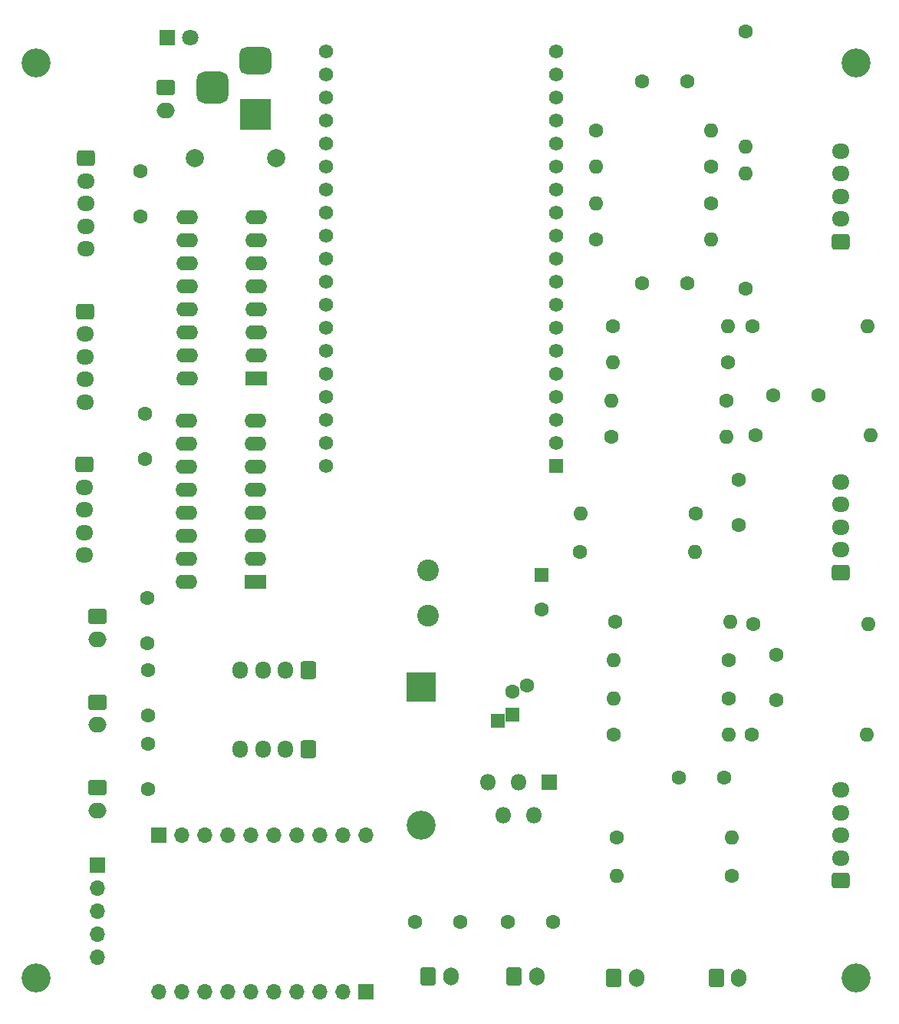
<source format=gbr>
%TF.GenerationSoftware,KiCad,Pcbnew,8.0.9-8.0.9-0~ubuntu24.04.1*%
%TF.CreationDate,2025-02-28T17:11:59+00:00*%
%TF.ProjectId,integrated_board,696e7465-6772-4617-9465-645f626f6172,rev?*%
%TF.SameCoordinates,Original*%
%TF.FileFunction,Soldermask,Top*%
%TF.FilePolarity,Negative*%
%FSLAX46Y46*%
G04 Gerber Fmt 4.6, Leading zero omitted, Abs format (unit mm)*
G04 Created by KiCad (PCBNEW 8.0.9-8.0.9-0~ubuntu24.04.1) date 2025-02-28 17:11:59*
%MOMM*%
%LPD*%
G01*
G04 APERTURE LIST*
G04 Aperture macros list*
%AMRoundRect*
0 Rectangle with rounded corners*
0 $1 Rounding radius*
0 $2 $3 $4 $5 $6 $7 $8 $9 X,Y pos of 4 corners*
0 Add a 4 corners polygon primitive as box body*
4,1,4,$2,$3,$4,$5,$6,$7,$8,$9,$2,$3,0*
0 Add four circle primitives for the rounded corners*
1,1,$1+$1,$2,$3*
1,1,$1+$1,$4,$5*
1,1,$1+$1,$6,$7*
1,1,$1+$1,$8,$9*
0 Add four rect primitives between the rounded corners*
20,1,$1+$1,$2,$3,$4,$5,0*
20,1,$1+$1,$4,$5,$6,$7,0*
20,1,$1+$1,$6,$7,$8,$9,0*
20,1,$1+$1,$8,$9,$2,$3,0*%
G04 Aperture macros list end*
%ADD10RoundRect,0.250000X-0.750000X0.600000X-0.750000X-0.600000X0.750000X-0.600000X0.750000X0.600000X0*%
%ADD11O,2.000000X1.700000*%
%ADD12C,1.600000*%
%ADD13O,1.600000X1.600000*%
%ADD14C,2.000000*%
%ADD15C,3.200000*%
%ADD16RoundRect,0.250000X-0.600000X-0.750000X0.600000X-0.750000X0.600000X0.750000X-0.600000X0.750000X0*%
%ADD17O,1.700000X2.000000*%
%ADD18R,1.700000X1.700000*%
%ADD19O,1.700000X1.700000*%
%ADD20RoundRect,0.250000X0.725000X-0.600000X0.725000X0.600000X-0.725000X0.600000X-0.725000X-0.600000X0*%
%ADD21O,1.950000X1.700000*%
%ADD22RoundRect,0.250000X-0.725000X0.600000X-0.725000X-0.600000X0.725000X-0.600000X0.725000X0.600000X0*%
%ADD23RoundRect,0.250000X0.600000X0.725000X-0.600000X0.725000X-0.600000X-0.725000X0.600000X-0.725000X0*%
%ADD24O,1.700000X1.950000*%
%ADD25R,2.400000X1.600000*%
%ADD26O,2.400000X1.600000*%
%ADD27R,3.500000X3.500000*%
%ADD28RoundRect,0.750000X-1.000000X0.750000X-1.000000X-0.750000X1.000000X-0.750000X1.000000X0.750000X0*%
%ADD29RoundRect,0.875000X-0.875000X0.875000X-0.875000X-0.875000X0.875000X-0.875000X0.875000X0.875000X0*%
%ADD30R,3.200000X3.200000*%
%ADD31O,3.200000X3.200000*%
%ADD32R,1.600000X1.600000*%
%ADD33C,2.400000*%
%ADD34R,1.800000X1.800000*%
%ADD35O,1.800000X1.800000*%
%ADD36C,1.800000*%
%ADD37R,1.560000X1.560000*%
%ADD38C,1.560000*%
G04 APERTURE END LIST*
D10*
%TO.C,J6*%
X105450000Y-116050000D03*
D11*
X105450000Y-118550000D03*
%TD*%
D10*
%TO.C,P1*%
X113000000Y-48250000D03*
D11*
X113000000Y-50750000D03*
%TD*%
D12*
%TO.C,R3*%
X175050000Y-78600000D03*
D13*
X162350000Y-78600000D03*
%TD*%
D14*
%TO.C,R7*%
X116200000Y-56000000D03*
X125200000Y-56000000D03*
%TD*%
D15*
%TO.C,H3*%
X189200000Y-146500000D03*
%TD*%
D16*
%TO.C,J4*%
X151500000Y-146250000D03*
D17*
X154000000Y-146250000D03*
%TD*%
D12*
%TO.C,R4*%
X178100000Y-86600000D03*
D13*
X190800000Y-86600000D03*
%TD*%
D18*
%TO.C,J10*%
X105500000Y-134000000D03*
D19*
X105500000Y-136540000D03*
X105500000Y-139080000D03*
X105500000Y-141620000D03*
X105500000Y-144160000D03*
%TD*%
D16*
%TO.C,J11*%
X142000000Y-146250000D03*
D17*
X144500000Y-146250000D03*
%TD*%
D12*
%TO.C,C9*%
X165600000Y-47600000D03*
X170600000Y-47600000D03*
%TD*%
D20*
%TO.C,J12*%
X187500000Y-65250000D03*
D21*
X187500000Y-62750000D03*
X187500000Y-60250000D03*
X187500000Y-57750000D03*
X187500000Y-55250000D03*
%TD*%
D12*
%TO.C,R23*%
X162650000Y-107200000D03*
D13*
X175350000Y-107200000D03*
%TD*%
D12*
%TO.C,R24*%
X175200000Y-111400000D03*
D13*
X162500000Y-111400000D03*
%TD*%
D12*
%TO.C,R25*%
X177700000Y-119600000D03*
D13*
X190400000Y-119600000D03*
%TD*%
D12*
%TO.C,C3*%
X110200000Y-57500000D03*
X110200000Y-62500000D03*
%TD*%
%TO.C,C12*%
X111050000Y-112500000D03*
X111050000Y-117500000D03*
%TD*%
D22*
%TO.C,J13*%
X104200000Y-56050000D03*
D21*
X104200000Y-58550000D03*
X104200000Y-61050000D03*
X104200000Y-63550000D03*
X104200000Y-66050000D03*
%TD*%
D12*
%TO.C,R15*%
X173200000Y-57000000D03*
D13*
X160500000Y-57000000D03*
%TD*%
D12*
%TO.C,R8*%
X171500000Y-95250000D03*
D13*
X158800000Y-95250000D03*
%TD*%
D23*
%TO.C,P2*%
X128750000Y-121250000D03*
D24*
X126250000Y-121250000D03*
X123750000Y-121250000D03*
X121250000Y-121250000D03*
%TD*%
D12*
%TO.C,R13*%
X177000000Y-42050000D03*
D13*
X177000000Y-54750000D03*
%TD*%
D12*
%TO.C,R12*%
X173250000Y-61000000D03*
D13*
X160550000Y-61000000D03*
%TD*%
D25*
%TO.C,U1*%
X122950000Y-102780000D03*
D26*
X122950000Y-100240000D03*
X122950000Y-97700000D03*
X122950000Y-95160000D03*
X122950000Y-92620000D03*
X122950000Y-90080000D03*
X122950000Y-87540000D03*
X122950000Y-85000000D03*
X115330000Y-85000000D03*
X115330000Y-87540000D03*
X115330000Y-90080000D03*
X115330000Y-92620000D03*
X115330000Y-95160000D03*
X115330000Y-97700000D03*
X115330000Y-100240000D03*
X115330000Y-102780000D03*
%TD*%
D12*
%TO.C,C7*%
X111000000Y-104550000D03*
X111000000Y-109550000D03*
%TD*%
D20*
%TO.C,J14*%
X187500000Y-101750000D03*
D21*
X187500000Y-99250000D03*
X187500000Y-96750000D03*
X187500000Y-94250000D03*
X187500000Y-91750000D03*
%TD*%
D10*
%TO.C,J7*%
X105450000Y-125500000D03*
D11*
X105450000Y-128000000D03*
%TD*%
D23*
%TO.C,P16*%
X128750000Y-112500000D03*
D24*
X126250000Y-112500000D03*
X123750000Y-112500000D03*
X121250000Y-112500000D03*
%TD*%
D27*
%TO.C,CON1*%
X122907500Y-51250000D03*
D28*
X122907500Y-45250000D03*
D29*
X118207500Y-48250000D03*
%TD*%
D16*
%TO.C,P10*%
X162500000Y-146500000D03*
D17*
X165000000Y-146500000D03*
%TD*%
D12*
%TO.C,R2*%
X162400000Y-74600000D03*
D13*
X175100000Y-74600000D03*
%TD*%
D12*
%TO.C,C4*%
X110750000Y-84200000D03*
X110750000Y-89200000D03*
%TD*%
D16*
%TO.C,P15*%
X173800000Y-146500000D03*
D17*
X176300000Y-146500000D03*
%TD*%
D30*
%TO.C,D1*%
X141250000Y-114380000D03*
D31*
X141250000Y-129620000D03*
%TD*%
D32*
%TO.C,C5*%
X149700000Y-118070937D03*
X151300000Y-117400000D03*
D12*
X151300000Y-114900000D03*
X152900000Y-114229063D03*
%TD*%
%TO.C,R6*%
X174900000Y-82800000D03*
D13*
X162200000Y-82800000D03*
%TD*%
D20*
%TO.C,J16*%
X187500000Y-135750000D03*
D21*
X187500000Y-133250000D03*
X187500000Y-130750000D03*
X187500000Y-128250000D03*
X187500000Y-125750000D03*
%TD*%
D12*
%TO.C,R17*%
X162800000Y-130950000D03*
D13*
X175500000Y-130950000D03*
%TD*%
D12*
%TO.C,R1*%
X177800000Y-74600000D03*
D13*
X190500000Y-74600000D03*
%TD*%
D12*
%TO.C,C14*%
X150750000Y-140250000D03*
X155750000Y-140250000D03*
%TD*%
%TO.C,C8*%
X165600000Y-69800000D03*
X170600000Y-69800000D03*
%TD*%
D33*
%TO.C,L1*%
X142000000Y-106500000D03*
X142000000Y-101500000D03*
%TD*%
D12*
%TO.C,C11*%
X169700000Y-124400000D03*
X174700000Y-124400000D03*
%TD*%
D34*
%TO.C,U3*%
X155400000Y-124850000D03*
D35*
X153700000Y-128550000D03*
X152000000Y-124850000D03*
X150300000Y-128550000D03*
X148600000Y-124850000D03*
%TD*%
D15*
%TO.C,H2*%
X98700000Y-45500000D03*
%TD*%
D12*
%TO.C,R5*%
X162200000Y-86800000D03*
D13*
X174900000Y-86800000D03*
%TD*%
D22*
%TO.C,J17*%
X104050000Y-89850000D03*
D21*
X104050000Y-92350000D03*
X104050000Y-94850000D03*
X104050000Y-97350000D03*
X104050000Y-99850000D03*
%TD*%
D15*
%TO.C,H1*%
X189200000Y-45500000D03*
%TD*%
D12*
%TO.C,R14*%
X160500000Y-53000000D03*
D13*
X173200000Y-53000000D03*
%TD*%
D12*
%TO.C,C1*%
X185100000Y-82200000D03*
X180100000Y-82200000D03*
%TD*%
%TO.C,C15*%
X140500000Y-140250000D03*
X145500000Y-140250000D03*
%TD*%
%TO.C,R10*%
X177000000Y-70400000D03*
D13*
X177000000Y-57700000D03*
%TD*%
D34*
%TO.C,D2*%
X113210000Y-42750000D03*
D36*
X115750000Y-42750000D03*
%TD*%
D12*
%TO.C,R26*%
X162450000Y-119600000D03*
D13*
X175150000Y-119600000D03*
%TD*%
D12*
%TO.C,R11*%
X160500000Y-65000000D03*
D13*
X173200000Y-65000000D03*
%TD*%
D12*
%TO.C,R9*%
X158750000Y-99500000D03*
D13*
X171450000Y-99500000D03*
%TD*%
D25*
%TO.C,U2*%
X123025000Y-80375000D03*
D26*
X123025000Y-77835000D03*
X123025000Y-75295000D03*
X123025000Y-72755000D03*
X123025000Y-70215000D03*
X123025000Y-67675000D03*
X123025000Y-65135000D03*
X123025000Y-62595000D03*
X115405000Y-62595000D03*
X115405000Y-65135000D03*
X115405000Y-67675000D03*
X115405000Y-70215000D03*
X115405000Y-72755000D03*
X115405000Y-75295000D03*
X115405000Y-77835000D03*
X115405000Y-80375000D03*
%TD*%
D12*
%TO.C,R27*%
X175150000Y-115600000D03*
D13*
X162450000Y-115600000D03*
%TD*%
D22*
%TO.C,J15*%
X104150000Y-72950000D03*
D21*
X104150000Y-75450000D03*
X104150000Y-77950000D03*
X104150000Y-80450000D03*
X104150000Y-82950000D03*
%TD*%
D15*
%TO.C,H4*%
X98700000Y-146500000D03*
%TD*%
D12*
%TO.C,R22*%
X177900000Y-107400000D03*
D13*
X190600000Y-107400000D03*
%TD*%
D12*
%TO.C,R16*%
X175500000Y-135200000D03*
D13*
X162800000Y-135200000D03*
%TD*%
D12*
%TO.C,C13*%
X111050000Y-120600000D03*
X111050000Y-125600000D03*
%TD*%
%TO.C,C2*%
X176250000Y-96500000D03*
X176250000Y-91500000D03*
%TD*%
D32*
%TO.C,C6*%
X154500000Y-102000000D03*
D12*
X154500000Y-105800000D03*
%TD*%
D10*
%TO.C,J5*%
X105450000Y-106600000D03*
D11*
X105450000Y-109100000D03*
%TD*%
D37*
%TO.C,U4*%
X156100000Y-90000000D03*
D38*
X156100000Y-87460000D03*
X156100000Y-84920000D03*
X156100000Y-82380000D03*
X156100000Y-79840000D03*
X156100000Y-77300000D03*
X156100000Y-74760000D03*
X156100000Y-72220000D03*
X156100000Y-69680000D03*
X156100000Y-67140000D03*
X156100000Y-64600000D03*
X156100000Y-62060000D03*
X156100000Y-59520000D03*
X156100000Y-56980000D03*
X156100000Y-54440000D03*
X156100000Y-51900000D03*
X156100000Y-49360000D03*
X156100000Y-46820000D03*
X156100000Y-44280000D03*
X130700000Y-90000000D03*
X130700000Y-87460000D03*
X130700000Y-84920000D03*
X130700000Y-82380000D03*
X130700000Y-79840000D03*
X130700000Y-77300000D03*
X130700000Y-74760000D03*
X130700000Y-72220000D03*
X130700000Y-69680000D03*
X130700000Y-67140000D03*
X130700000Y-64600000D03*
X130700000Y-62060000D03*
X130700000Y-59520000D03*
X130700000Y-56980000D03*
X130700000Y-54440000D03*
X130700000Y-51900000D03*
X130700000Y-49360000D03*
X130700000Y-46820000D03*
X130700000Y-44280000D03*
%TD*%
D12*
%TO.C,C10*%
X180400000Y-110800000D03*
X180400000Y-115800000D03*
%TD*%
D18*
%TO.C,J8*%
X135110000Y-148000000D03*
D19*
X132570000Y-148000000D03*
X130030000Y-148000000D03*
X127490000Y-148000000D03*
X124950000Y-148000000D03*
X122410000Y-148000000D03*
X119870000Y-148000000D03*
X117330000Y-148000000D03*
X114790000Y-148000000D03*
X112250000Y-148000000D03*
%TD*%
D18*
%TO.C,J9*%
X112260000Y-130750000D03*
D19*
X114800000Y-130750000D03*
X117340000Y-130750000D03*
X119880000Y-130750000D03*
X122420000Y-130750000D03*
X124960000Y-130750000D03*
X127500000Y-130750000D03*
X130040000Y-130750000D03*
X132580000Y-130750000D03*
X135120000Y-130750000D03*
%TD*%
M02*

</source>
